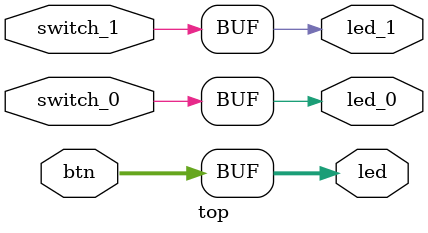
<source format=v>
`timescale 1ns / 1ps


module top(
    // components 
    input switch_0,
    input switch_1,
    output led_0,
    output led_1,
    
    input [3:0] btn,
    output [3:0] led
    
    );
    // wiring
    assign led_0 = switch_0; 
    assign led_1 = switch_1;
    assign led = btn;
endmodule

</source>
